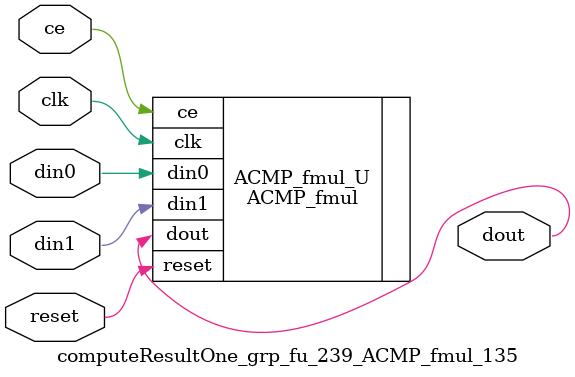
<source format=v>

`timescale 1 ns / 1 ps
module computeResultOne_grp_fu_239_ACMP_fmul_135(
    clk,
    reset,
    ce,
    din0,
    din1,
    dout);

parameter ID = 32'd1;
parameter NUM_STAGE = 32'd1;
parameter din0_WIDTH = 32'd1;
parameter din1_WIDTH = 32'd1;
parameter dout_WIDTH = 32'd1;
input clk;
input reset;
input ce;
input[din0_WIDTH - 1:0] din0;
input[din1_WIDTH - 1:0] din1;
output[dout_WIDTH - 1:0] dout;



ACMP_fmul #(
.ID( ID ),
.NUM_STAGE( 4 ),
.din0_WIDTH( din0_WIDTH ),
.din1_WIDTH( din1_WIDTH ),
.dout_WIDTH( dout_WIDTH ))
ACMP_fmul_U(
    .clk( clk ),
    .reset( reset ),
    .ce( ce ),
    .din0( din0 ),
    .din1( din1 ),
    .dout( dout ));

endmodule

</source>
